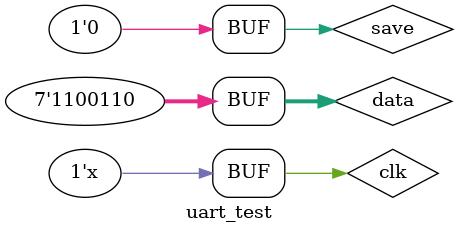
<source format=v>
`timescale 1ns / 1ps


module uart_test;

	// Inputs
	reg [6:0] data;
	reg save;
	reg clk;

	// Outputs
	wire [6:0] data_out;
	wire ready;
	wire error;

	// Instantiate the Unit Under Test (UUT)
	uart uut (
		.data(data), 
		.save(save), 
		.clk(clk), 
		.data_out(data_out), 
		.ready(ready), 
		.error(error)
	);

	initial begin
		// Initialize Inputs
		data = 0;
		save = 0;
		clk = 0;

		// Wait 100 ns for global reset to finish
		#100;
        
		// Add stimulus here
		save = 1;
		data = 7'b1100110;
		#20;
		save = 0;
		#100;

	end
	
	always clk = #10 ~clk;
      
endmodule


</source>
